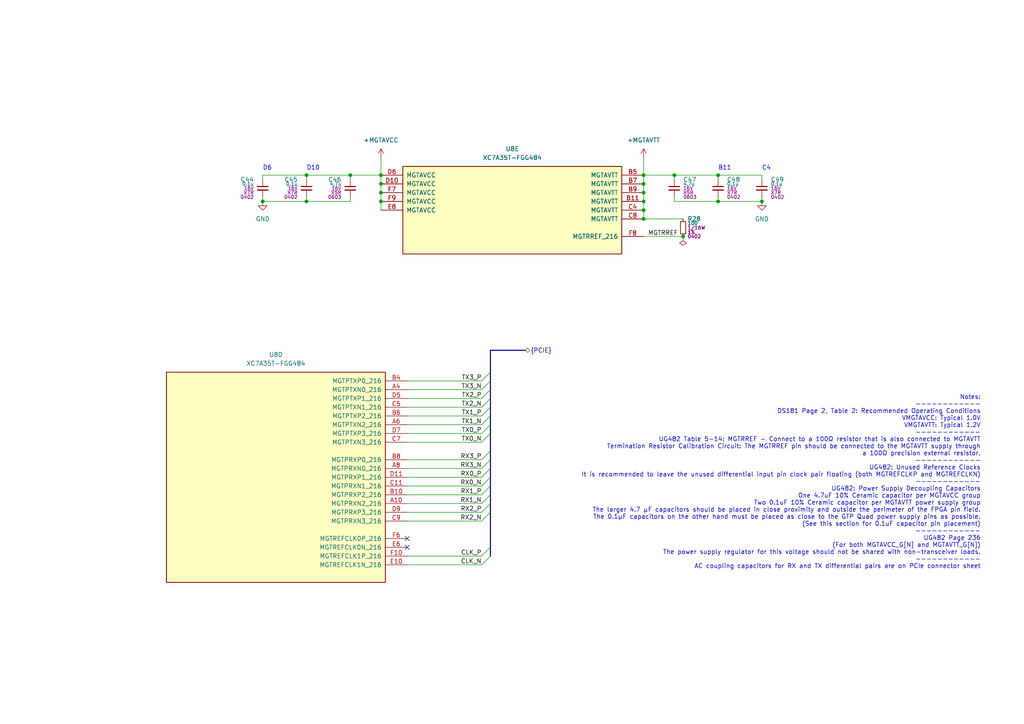
<source format=kicad_sch>
(kicad_sch (version 20230121) (generator eeschema)
  (paper "A4")
  (title_block (title "PCIeDMA") (date "2024-01-01") (rev "1") (company "github.com/eggsampler"))
  (junction (at 186.69 53.34))
  (junction (at 186.69 50.8))
  (junction (at 186.69 63.5))
  (junction (at 110.49 58.42))
  (junction (at 88.9 58.42))
  (junction (at 76.2 58.42))
  (junction (at 101.6 50.8))
  (junction (at 208.28 50.8))
  (junction (at 88.9 50.8))
  (junction (at 110.49 53.34))
  (junction (at 110.49 55.88))
  (junction (at 110.49 50.8))
  (junction (at 186.69 55.88))
  (junction (at 195.58 50.8))
  (junction (at 208.28 58.42))
  (junction (at 220.98 58.42))
  (junction (at 186.69 58.42))
  (junction (at 186.69 60.96))
  (junction (at 198.12 68.58))
  (no_connect (at 118.11 158.75))
  (no_connect (at 118.11 156.21))
  (bus_entry (at 139.7 123.19) (size 2.54 -2.54))
  (bus_entry (at 139.7 146.05) (size 2.54 -2.54))
  (bus_entry (at 139.7 133.35) (size 2.54 -2.54))
  (bus_entry (at 139.7 113.03) (size 2.54 -2.54))
  (bus_entry (at 139.7 110.49) (size 2.54 -2.54))
  (bus_entry (at 139.7 125.73) (size 2.54 -2.54))
  (bus_entry (at 139.7 151.13) (size 2.54 -2.54))
  (bus_entry (at 139.7 128.27) (size 2.54 -2.54))
  (bus_entry (at 139.7 118.11) (size 2.54 -2.54))
  (bus_entry (at 139.7 140.97) (size 2.54 -2.54))
  (bus_entry (at 139.7 163.83) (size 2.54 -2.54))
  (bus_entry (at 139.7 135.89) (size 2.54 -2.54))
  (bus_entry (at 139.7 138.43) (size 2.54 -2.54))
  (bus_entry (at 139.7 148.59) (size 2.54 -2.54))
  (bus_entry (at 139.7 143.51) (size 2.54 -2.54))
  (bus_entry (at 139.7 120.65) (size 2.54 -2.54))
  (bus_entry (at 139.7 115.57) (size 2.54 -2.54))
  (bus_entry (at 139.7 161.29) (size 2.54 -2.54))
  (wire (pts (xy 186.69 55.88) (xy 186.69 58.42)))
  (wire (pts (xy 195.58 50.8) (xy 186.69 50.8)))
  (wire (pts (xy 118.11 148.59) (xy 139.7 148.59)))
  (wire (pts (xy 76.2 57.15) (xy 76.2 58.42)))
  (wire (pts (xy 88.9 50.8) (xy 88.9 52.07)))
  (wire (pts (xy 186.69 63.5) (xy 198.12 63.5)))
  (wire (pts (xy 186.69 68.58) (xy 198.12 68.58)))
  (wire (pts (xy 118.11 125.73) (xy 139.7 125.73)))
  (wire (pts (xy 186.69 50.8) (xy 186.69 53.34)))
  (wire (pts (xy 118.11 120.65) (xy 139.7 120.65)))
  (bus (pts (xy 142.24 113.03) (xy 142.24 110.49)))
  (wire (pts (xy 110.49 53.34) (xy 110.49 55.88)))
  (bus (pts (xy 142.24 101.6) (xy 152.4 101.6)))
  (wire (pts (xy 88.9 58.42) (xy 88.9 57.15)))
  (bus (pts (xy 142.24 133.35) (xy 142.24 130.81)))
  (wire (pts (xy 118.11 151.13) (xy 139.7 151.13)))
  (wire (pts (xy 118.11 110.49) (xy 139.7 110.49)))
  (wire (pts (xy 118.11 143.51) (xy 139.7 143.51)))
  (wire (pts (xy 195.58 58.42) (xy 195.58 57.15)))
  (bus (pts (xy 142.24 110.49) (xy 142.24 107.95)))
  (bus (pts (xy 142.24 148.59) (xy 142.24 146.05)))
  (wire (pts (xy 76.2 50.8) (xy 76.2 52.07)))
  (bus (pts (xy 142.24 140.97) (xy 142.24 138.43)))
  (wire (pts (xy 110.49 50.8) (xy 110.49 53.34)))
  (wire (pts (xy 118.11 115.57) (xy 139.7 115.57)))
  (bus (pts (xy 142.24 143.51) (xy 142.24 140.97)))
  (bus (pts (xy 142.24 115.57) (xy 142.24 113.03)))
  (wire (pts (xy 186.69 45.72) (xy 186.69 50.8)))
  (wire (pts (xy 76.2 58.42) (xy 88.9 58.42)))
  (wire (pts (xy 186.69 58.42) (xy 186.69 60.96)))
  (bus (pts (xy 142.24 130.81) (xy 142.24 125.73)))
  (wire (pts (xy 118.11 133.35) (xy 139.7 133.35)))
  (bus (pts (xy 142.24 158.75) (xy 142.24 161.29)))
  (wire (pts (xy 101.6 58.42) (xy 88.9 58.42)))
  (wire (pts (xy 220.98 57.15) (xy 220.98 58.42)))
  (bus (pts (xy 142.24 123.19) (xy 142.24 120.65)))
  (wire (pts (xy 208.28 58.42) (xy 208.28 57.15)))
  (wire (pts (xy 110.49 45.72) (xy 110.49 50.8)))
  (bus (pts (xy 142.24 125.73) (xy 142.24 123.19)))
  (wire (pts (xy 118.11 146.05) (xy 139.7 146.05)))
  (bus (pts (xy 142.24 107.95) (xy 142.24 101.6)))
  (wire (pts (xy 110.49 58.42) (xy 110.49 60.96)))
  (wire (pts (xy 101.6 50.8) (xy 110.49 50.8)))
  (wire (pts (xy 101.6 50.8) (xy 101.6 52.07)))
  (wire (pts (xy 208.28 50.8) (xy 208.28 52.07)))
  (bus (pts (xy 142.24 118.11) (xy 142.24 115.57)))
  (wire (pts (xy 118.11 135.89) (xy 139.7 135.89)))
  (wire (pts (xy 186.69 53.34) (xy 186.69 55.88)))
  (wire (pts (xy 118.11 138.43) (xy 139.7 138.43)))
  (wire (pts (xy 118.11 128.27) (xy 139.7 128.27)))
  (wire (pts (xy 220.98 50.8) (xy 220.98 52.07)))
  (wire (pts (xy 118.11 161.29) (xy 139.7 161.29)))
  (wire (pts (xy 195.58 50.8) (xy 208.28 50.8)))
  (wire (pts (xy 118.11 140.97) (xy 139.7 140.97)))
  (wire (pts (xy 118.11 113.03) (xy 139.7 113.03)))
  (wire (pts (xy 118.11 118.11) (xy 139.7 118.11)))
  (wire (pts (xy 186.69 60.96) (xy 186.69 63.5)))
  (bus (pts (xy 142.24 135.89) (xy 142.24 133.35)))
  (wire (pts (xy 101.6 58.42) (xy 101.6 57.15)))
  (bus (pts (xy 142.24 146.05) (xy 142.24 143.51)))
  (wire (pts (xy 101.6 50.8) (xy 88.9 50.8)))
  (bus (pts (xy 142.24 148.59) (xy 142.24 158.75)))
  (wire (pts (xy 195.58 50.8) (xy 195.58 52.07)))
  (bus (pts (xy 142.24 120.65) (xy 142.24 118.11)))
  (wire (pts (xy 195.58 58.42) (xy 208.28 58.42)))
  (bus (pts (xy 142.24 138.43) (xy 142.24 135.89)))
  (wire (pts (xy 118.11 163.83) (xy 139.7 163.83)))
  (wire (pts (xy 220.98 58.42) (xy 208.28 58.42)))
  (wire (pts (xy 118.11 123.19) (xy 139.7 123.19)))
  (wire (pts (xy 88.9 50.8) (xy 76.2 50.8)))
  (wire (pts (xy 208.28 50.8) (xy 220.98 50.8)))
  (wire (pts (xy 110.49 55.88) (xy 110.49 58.42)))
  (text "Notes:\n------------\nDS181 Page 2, Table 2: Recommended Operating Conditions\nVMGTAVCC: Typical 1.0V\nVMGTAVTT: Typical 1.2V\n------------\nUG482 Table 5-14: MGTRREF - Connect to a 100Ω resistor that is also connected to MGTAVTT\nTermination Resistor Calibration Circuit: The MGTRREF pin should be connected to the MGTAVTT supply through\na 100Ω precision external resistor.\n------------\nUG482: Unused Reference Clocks\nIt is recommended to leave the unused differential input pin clock pair floating (both MGTREFCLKP and MGTREFCLKN)\n------------\nUG482: Power Supply Decoupling Capacitors\nOne 4.7uF 10% Ceramic capacitor per MGTAVCC group\nTwo 0.1uF 10% Ceramic capacitor per MGTAVTT power supply group\nThe larger 4.7 μF capacitors should be placed in close proximity and outside the perimeter of the FPGA pin field.\nThe 0.1μF capacitors on the other hand must be placed as close to the GTP Quad power supply pins as possible.\n(See this section for 0.1uF capacitor pin placement)\n------------\nUG482 Page 236\n(For both MGTAVCC_G[N] and MGTAVTT_G[N])\nThe power supply regulator for this voltage should not be shared with non-transceiver loads.\n------------\nAC coupling capacitors for RX and TX differential pairs are on PCIe connector sheet" (at 284.48 165.1 0) (effects (font (size 1.27 1.27)) (justify right bottom)))
  (text "D6" (at 76.2 49.53 0) (effects (font (size 1.27 1.27)) (justify left bottom)))
  (text "C4" (at 220.98 49.53 0) (effects (font (size 1.27 1.27)) (justify left bottom)))
  (text "B11" (at 208.28 49.53 0) (effects (font (size 1.27 1.27)) (justify left bottom)))
  (text "D10" (at 88.9 49.53 0) (effects (font (size 1.27 1.27)) (justify left bottom)))
  (label "TX0_N" (at 139.7 128.27 180))
  (label "RX2_N" (at 139.7 151.13 180))
  (label "RX1_P" (at 139.7 143.51 180))
  (label "TX3_P" (at 139.7 110.49 180))
  (label "RX0_N" (at 139.7 140.97 180))
  (label "MGTRREF" (at 187.96 68.58 0))
  (label "RX2_P" (at 139.7 148.59 180))
  (label "TX1_P" (at 139.7 120.65 180))
  (label "CLK_P" (at 139.7 161.29 180))
  (label "TX2_P" (at 139.7 115.57 180))
  (label "RX3_P" (at 139.7 133.35 180))
  (label "TX0_P" (at 139.7 125.73 180))
  (label "TX2_N" (at 139.7 118.11 180))
  (label "TX1_N" (at 139.7 123.19 180))
  (label "TX3_N" (at 139.7 113.03 180))
  (label "RX3_N" (at 139.7 135.89 180))
  (label "RX1_N" (at 139.7 146.05 180))
  (label "RX0_P" (at 139.7 138.43 180))
  (label "CLK_N" (at 139.7 163.83 180))
  (hierarchical_label "{PCIE}" (shape bidirectional) (at 152.4 101.6 0))
  (symbol (lib_id "FPGA_Xilinx_Artix7:XC7A35T-FGG484") (at 80.01 138.43 0) (mirror y) (unit 4)
    (property "Reference" "U8" (at 80.01 102.87 0))
    (property "Value" "XC7A35T-FGG484" (at 80.01 105.41 0))
    (property "Footprint" "Package_BGA:Xilinx_FGG484" (effects hide))
  )
  (symbol (lib_id "Device:C_Small") (at 101.6 54.61 0) (mirror y) (unit 1)
    (property "Reference" "C46" (at 99.06 52.07 0) (effects (justify left)))
    (property "Value" "4.7u" (at 99.06 53.34 0) (effects (font (size 1 1)) (justify left)))
    (property "Footprint" "Capacitor_SMD:C_0603_1608Metric" (effects hide))
    (property "Rating" "16V" (at 99.06 54.61 0) (effects (font (size 1 1)) (justify left)))
    (property "Class" "X5R" (at 99.06 55.88 0) (effects (font (size 1 1)) (justify left)))
    (property "Size" "0603" (at 99.06 57.15 0) (effects (font (size 1 1)) (justify left)))
  )
  (symbol (lib_id "Device:C_Small") (at 195.58 54.61 0) (unit 1)
    (property "Reference" "C47" (at 198.12 52.07 0) (effects (justify left)))
    (property "Value" "4.7u" (at 198.12 53.34 0) (effects (font (size 1 1)) (justify left)))
    (property "Footprint" "Capacitor_SMD:C_0603_1608Metric" (effects hide))
    (property "Rating" "16V" (at 198.12 54.61 0) (effects (font (size 1 1)) (justify left)))
    (property "Class" "X5R" (at 198.12 55.88 0) (effects (font (size 1 1)) (justify left)))
    (property "Size" "0603" (at 198.12 57.15 0) (effects (font (size 1 1)) (justify left)))
  )
  (symbol (lib_id "Device:C_Small") (at 220.98 54.61 0) (unit 1)
    (property "Reference" "C49" (at 223.52 52.07 0) (effects (justify left)))
    (property "Value" "0.1u" (at 223.52 53.34 0) (effects (font (size 1 1)) (justify left)))
    (property "Footprint" "Capacitor_SMD:C_0402_1005Metric" (effects hide))
    (property "Rating" "16V" (at 223.52 54.61 0) (effects (font (size 1 1)) (justify left)))
    (property "Class" "X7R" (at 223.52 55.88 0) (effects (font (size 1 1)) (justify left)))
    (property "Size" "0402" (at 223.52 57.15 0) (effects (font (size 1 1)) (justify left)))
  )
  (symbol (lib_id "PCIeDMA:+MGTAVCC") (at 110.49 45.72 0) (unit 1)
    (property "Reference" "#PWR061" (effects hide))
    (property "Value" "+MGTAVCC" (at 110.49 40.64 0))
  )
  (symbol (lib_id "power:PWR_FLAG") (at 198.12 68.58 180) (unit 1)
    (property "Reference" "#FLG05" (effects hide))
    (property "Value" "PWR_FLAG" (effects hide))
  )
  (symbol (lib_id "PCIeDMA:+MGTAVTT") (at 186.69 45.72 0) (unit 1)
    (property "Reference" "#PWR062" (effects hide))
    (property "Value" "+MGTAVTT" (at 186.69 40.64 0))
  )
  (symbol (lib_id "Device:C_Small") (at 208.28 54.61 0) (unit 1)
    (property "Reference" "C48" (at 210.82 52.07 0) (effects (justify left)))
    (property "Value" "0.1u" (at 210.82 53.34 0) (effects (font (size 1 1)) (justify left)))
    (property "Footprint" "Capacitor_SMD:C_0402_1005Metric" (effects hide))
    (property "Rating" "16V" (at 210.82 54.61 0) (effects (font (size 1 1)) (justify left)))
    (property "Class" "X7R" (at 210.82 55.88 0) (effects (font (size 1 1)) (justify left)))
    (property "Size" "0402" (at 210.82 57.15 0) (effects (font (size 1 1)) (justify left)))
  )
  (symbol (lib_id "Device:C_Small") (at 88.9 54.61 0) (mirror y) (unit 1)
    (property "Reference" "C45" (at 86.36 52.07 0) (effects (justify left)))
    (property "Value" "0.1u" (at 86.36 53.34 0) (effects (font (size 1 1)) (justify left)))
    (property "Footprint" "Capacitor_SMD:C_0402_1005Metric" (effects hide))
    (property "Rating" "16V" (at 86.36 54.61 0) (effects (font (size 1 1)) (justify left)))
    (property "Class" "X7R" (at 86.36 55.88 0) (effects (font (size 1 1)) (justify left)))
    (property "Size" "0402" (at 86.36 57.15 0) (effects (font (size 1 1)) (justify left)))
  )
  (symbol (lib_id "power:GND") (at 220.98 58.42 0) (unit 1)
    (property "Reference" "#PWR063" (effects hide))
    (property "Value" "GND" (at 220.98 63.5 0))
  )
  (symbol (lib_id "Device:R_Small") (at 198.12 66.04 0) (unit 1)
    (property "Reference" "R28" (at 199.39 63.5 0) (effects (justify left)))
    (property "Value" "100" (at 199.39 64.77 0) (effects (font (size 1 1)) (justify left)))
    (property "Footprint" "Resistor_SMD:R_0402_1005Metric" (effects hide))
    (property "Rating" "1/16W" (at 199.39 66.04 0) (effects (font (size 1 1)) (justify left)))
    (property "Tolerance" "1%" (at 199.39 67.31 0) (effects (font (size 1 1)) (justify left)))
    (property "Size" "0402" (at 199.39 68.58 0) (effects (font (size 1 1)) (justify left)))
  )
  (symbol (lib_id "FPGA_Xilinx_Artix7:XC7A35T-FGG484") (at 148.59 60.96 0) (unit 5)
    (property "Reference" "U8" (at 148.59 43.18 0))
    (property "Value" "XC7A35T-FGG484" (at 148.59 45.72 0))
    (property "Footprint" "Package_BGA:Xilinx_FGG484" (effects hide))
  )
  (symbol (lib_id "Device:C_Small") (at 76.2 54.61 0) (mirror y) (unit 1)
    (property "Reference" "C44" (at 73.66 52.07 0) (effects (justify left)))
    (property "Value" "0.1u" (at 73.66 53.34 0) (effects (font (size 1 1)) (justify left)))
    (property "Footprint" "Capacitor_SMD:C_0402_1005Metric" (effects hide))
    (property "Rating" "16V" (at 73.66 54.61 0) (effects (font (size 1 1)) (justify left)))
    (property "Class" "X7R" (at 73.66 55.88 0) (effects (font (size 1 1)) (justify left)))
    (property "Size" "0402" (at 73.66 57.15 0) (effects (font (size 1 1)) (justify left)))
  )
  (symbol (lib_id "power:GND") (at 76.2 58.42 0) (mirror y) (unit 1)
    (property "Reference" "#PWR060" (effects hide))
    (property "Value" "GND" (at 76.2 63.5 0))
  )
)
</source>
